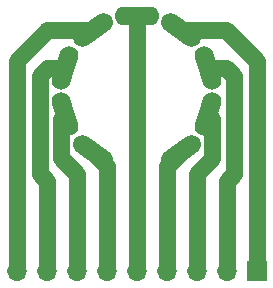
<source format=gbr>
%TF.GenerationSoftware,KiCad,Pcbnew,(6.0.5)*%
%TF.CreationDate,2023-01-12T15:22:18-05:00*%
%TF.ProjectId,12ax7_socket,31326178-375f-4736-9f63-6b65742e6b69,rev?*%
%TF.SameCoordinates,Original*%
%TF.FileFunction,Copper,L2,Bot*%
%TF.FilePolarity,Positive*%
%FSLAX46Y46*%
G04 Gerber Fmt 4.6, Leading zero omitted, Abs format (unit mm)*
G04 Created by KiCad (PCBNEW (6.0.5)) date 2023-01-12 15:22:18*
%MOMM*%
%LPD*%
G01*
G04 APERTURE LIST*
G04 Aperture macros list*
%AMHorizOval*
0 Thick line with rounded ends*
0 $1 width*
0 $2 $3 position (X,Y) of the first rounded end (center of the circle)*
0 $4 $5 position (X,Y) of the second rounded end (center of the circle)*
0 Add line between two ends*
20,1,$1,$2,$3,$4,$5,0*
0 Add two circle primitives to create the rounded ends*
1,1,$1,$2,$3*
1,1,$1,$4,$5*%
G04 Aperture macros list end*
%TA.AperFunction,ComponentPad*%
%ADD10HorizOval,1.600000X-0.889919X-0.646564X0.889919X0.646564X0*%
%TD*%
%TA.AperFunction,ComponentPad*%
%ADD11HorizOval,1.600000X-0.339919X-1.046162X0.339919X1.046162X0*%
%TD*%
%TA.AperFunction,ComponentPad*%
%ADD12HorizOval,1.600000X-0.339919X1.046162X0.339919X-1.046162X0*%
%TD*%
%TA.AperFunction,ComponentPad*%
%ADD13HorizOval,1.600000X-0.889919X0.646564X0.889919X-0.646564X0*%
%TD*%
%TA.AperFunction,ComponentPad*%
%ADD14O,3.800000X1.600000*%
%TD*%
%TA.AperFunction,ComponentPad*%
%ADD15R,1.700000X1.700000*%
%TD*%
%TA.AperFunction,ComponentPad*%
%ADD16O,1.700000X1.700000*%
%TD*%
%TA.AperFunction,Conductor*%
%ADD17C,1.400000*%
%TD*%
G04 APERTURE END LIST*
D10*
%TO.P,U1,1,A*%
%TO.N,/A1*%
X163752436Y-99117258D03*
D11*
%TO.P,U1,2,G*%
%TO.N,/G1*%
X166059209Y-95942258D03*
D12*
%TO.P,U1,3,K*%
%TO.N,/K1*%
X166059209Y-92017742D03*
D13*
%TO.P,U1,4,F1*%
%TO.N,/H1*%
X163752436Y-88842742D03*
D14*
%TO.P,U1,5,F1*%
%TO.N,/H3*%
X160020000Y-87630000D03*
D10*
%TO.P,U1,6,A*%
%TO.N,/A2*%
X156287564Y-88842742D03*
D11*
%TO.P,U1,7,G*%
%TO.N,/G2*%
X153980791Y-92017742D03*
D12*
%TO.P,U1,8,K*%
%TO.N,/K2*%
X153980791Y-95942258D03*
D13*
%TO.P,U1,9,F2*%
%TO.N,/H2*%
X156287564Y-99117258D03*
%TD*%
D15*
%TO.P,J1,1,Pin_1*%
%TO.N,/H1*%
X170170000Y-109220000D03*
D16*
%TO.P,J1,2,Pin_2*%
%TO.N,/K1*%
X167630000Y-109220000D03*
%TO.P,J1,3,Pin_3*%
%TO.N,/G1*%
X165090000Y-109220000D03*
%TO.P,J1,4,Pin_4*%
%TO.N,/A1*%
X162550000Y-109220000D03*
%TO.P,J1,5,Pin_5*%
%TO.N,/H3*%
X160010000Y-109220000D03*
%TO.P,J1,6,Pin_6*%
%TO.N,/H2*%
X157470000Y-109220000D03*
%TO.P,J1,7,Pin_7*%
%TO.N,/K2*%
X154930000Y-109220000D03*
%TO.P,J1,8,Pin_8*%
%TO.N,/G2*%
X152390000Y-109220000D03*
%TO.P,J1,9,Pin_9*%
%TO.N,/A2*%
X149850000Y-109220000D03*
%TD*%
D17*
%TO.N,/K1*%
X168275000Y-92710000D02*
X168275000Y-100965000D01*
X168275000Y-100965000D02*
X167630000Y-101610000D01*
X167582742Y-92017742D02*
X168275000Y-92710000D01*
X167630000Y-101610000D02*
X167630000Y-109220000D01*
X166059209Y-92017742D02*
X167582742Y-92017742D01*
%TO.N,/G2*%
X152400000Y-101600000D02*
X152390000Y-101610000D01*
X151806996Y-101006996D02*
X152400000Y-101600000D01*
X151806996Y-92668004D02*
X151806996Y-101006996D01*
X152390000Y-101610000D02*
X152390000Y-109220000D01*
X153980791Y-92017742D02*
X152457258Y-92017742D01*
X152457258Y-92017742D02*
X151806996Y-92668004D01*
%TO.N,/A1*%
X162550000Y-109220000D02*
X162550000Y-100319694D01*
X162550000Y-100319694D02*
X163752436Y-99117258D01*
%TO.N,/G1*%
X166431076Y-99633924D02*
X165090000Y-100975000D01*
X166431076Y-96314125D02*
X166431076Y-99633924D01*
X165090000Y-100975000D02*
X165090000Y-109220000D01*
X166059209Y-95942258D02*
X166431076Y-96314125D01*
%TO.N,/H1*%
X170170000Y-91430000D02*
X167582742Y-88842742D01*
X170170000Y-109220000D02*
X170170000Y-91430000D01*
X167582742Y-88842742D02*
X163752436Y-88842742D01*
%TO.N,/H2*%
X157470000Y-100299694D02*
X156287564Y-99117258D01*
X157470000Y-109220000D02*
X157470000Y-100299694D01*
%TO.N,/A2*%
X149850000Y-91450000D02*
X152457258Y-88842742D01*
X149850000Y-109220000D02*
X149850000Y-91450000D01*
X152457258Y-88842742D02*
X156287564Y-88842742D01*
%TO.N,/K2*%
X153608924Y-99633924D02*
X154940000Y-100965000D01*
X154940000Y-100965000D02*
X154930000Y-100975000D01*
X153608924Y-96314125D02*
X153608924Y-99633924D01*
X154930000Y-100975000D02*
X154930000Y-109220000D01*
X153980791Y-95942258D02*
X153608924Y-96314125D01*
%TO.N,/H3*%
X160010000Y-87640000D02*
X160020000Y-87630000D01*
X160010000Y-109220000D02*
X160010000Y-87640000D01*
%TD*%
M02*

</source>
